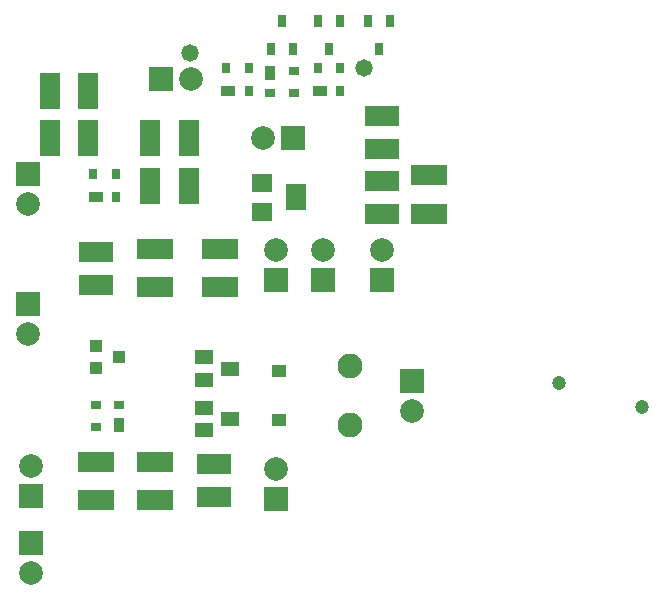
<source format=gts>
%FSLAX43Y43*%
%MOMM*%
G71*
G01*
G75*
G04 Layer_Color=8388736*
%ADD10C,0.500*%
%ADD11R,2.700X1.600*%
%ADD12R,1.000X0.850*%
%ADD13R,1.400X1.000*%
%ADD14R,0.900X0.800*%
%ADD15R,2.950X1.450*%
%ADD16R,1.450X2.950*%
%ADD17R,1.600X1.300*%
%ADD18R,1.600X2.000*%
%ADD19R,1.000X0.700*%
%ADD20R,0.600X0.700*%
%ADD21R,0.700X0.600*%
%ADD22R,0.700X1.000*%
%ADD23R,0.500X0.850*%
%ADD24C,1.800*%
%ADD25R,1.800X1.800*%
%ADD26C,1.900*%
%ADD27R,1.800X1.800*%
%ADD28C,1.000*%
%ADD29C,1.270*%
%ADD30C,0.127*%
%ADD31C,0.254*%
%ADD32C,0.203*%
%ADD33R,2.903X1.803*%
%ADD34R,1.203X1.053*%
%ADD35R,1.603X1.203*%
%ADD36R,1.103X1.003*%
%ADD37R,3.153X1.653*%
%ADD38R,1.653X3.153*%
%ADD39R,1.803X1.503*%
%ADD40R,1.803X2.203*%
%ADD41R,1.203X0.903*%
%ADD42R,0.803X0.903*%
%ADD43R,0.903X0.803*%
%ADD44R,0.903X1.203*%
%ADD45R,0.703X1.053*%
%ADD46C,2.003*%
%ADD47R,2.003X2.003*%
%ADD48C,2.103*%
%ADD49R,2.003X2.003*%
%ADD50C,1.203*%
%ADD51C,1.473*%
D33*
X54750Y67900D02*
D03*
Y65100D02*
D03*
X64750Y47100D02*
D03*
Y49900D02*
D03*
X79000Y76600D02*
D03*
Y79400D02*
D03*
X79000Y73900D02*
D03*
Y71100D02*
D03*
D34*
X70250Y53675D02*
D03*
Y57825D02*
D03*
D35*
X66100Y58000D02*
D03*
X63900Y57050D02*
D03*
Y58950D02*
D03*
X66100Y53750D02*
D03*
X63900Y52800D02*
D03*
Y54700D02*
D03*
D36*
X56750Y59000D02*
D03*
X54750Y58050D02*
D03*
Y59950D02*
D03*
D37*
X59750Y64875D02*
D03*
Y68125D02*
D03*
X65250Y64875D02*
D03*
Y68125D02*
D03*
X59750Y46875D02*
D03*
Y50125D02*
D03*
X54750Y50125D02*
D03*
Y46875D02*
D03*
X83000Y71125D02*
D03*
Y74375D02*
D03*
D38*
X59375Y77500D02*
D03*
X62625D02*
D03*
X50875Y81500D02*
D03*
X54125D02*
D03*
X50875Y77500D02*
D03*
X54125D02*
D03*
X59375Y73500D02*
D03*
X62625D02*
D03*
D39*
X68800Y71250D02*
D03*
Y73750D02*
D03*
D40*
X71700Y72500D02*
D03*
D41*
X54750D02*
D03*
X66000Y81500D02*
D03*
X73750Y81500D02*
D03*
D42*
X56450Y72500D02*
D03*
X54550Y74500D02*
D03*
X56450D02*
D03*
X67700Y83500D02*
D03*
X65800D02*
D03*
X67700Y81500D02*
D03*
X75450Y83500D02*
D03*
X73550D02*
D03*
X75450Y81500D02*
D03*
D43*
X54750Y54950D02*
D03*
Y53050D02*
D03*
X56750Y54950D02*
D03*
X71512Y81300D02*
D03*
Y83200D02*
D03*
X69512Y81300D02*
D03*
D44*
X56750Y53250D02*
D03*
X69512Y83000D02*
D03*
D45*
X79712Y87463D02*
D03*
X77812D02*
D03*
X78762Y85037D02*
D03*
X74512D02*
D03*
X73562Y87463D02*
D03*
X75462D02*
D03*
X69562Y85037D02*
D03*
X71462D02*
D03*
X70512Y87463D02*
D03*
D46*
X70000Y49540D02*
D03*
Y68040D02*
D03*
X74000D02*
D03*
X68960Y77500D02*
D03*
X49000Y60960D02*
D03*
X49250Y40710D02*
D03*
X81500Y54460D02*
D03*
X49000Y71960D02*
D03*
X79000Y68040D02*
D03*
X62790Y82500D02*
D03*
X49250Y49790D02*
D03*
D47*
X70000Y47000D02*
D03*
Y65500D02*
D03*
X74000D02*
D03*
X49000Y63500D02*
D03*
X49250Y43250D02*
D03*
X81500Y57000D02*
D03*
X49000Y74500D02*
D03*
X79000Y65500D02*
D03*
X49250Y47250D02*
D03*
D48*
X76330Y58250D02*
D03*
Y53250D02*
D03*
D49*
X71500Y77500D02*
D03*
X60250Y82500D02*
D03*
D50*
X94002Y56759D02*
D03*
X100987Y54759D02*
D03*
D51*
X77500Y83500D02*
D03*
X62750Y84750D02*
D03*
M02*

</source>
